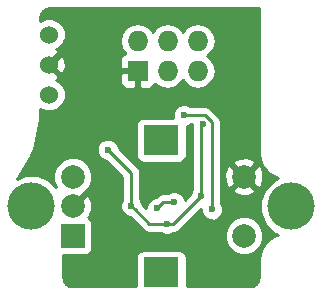
<source format=gbr>
G04 #@! TF.FileFunction,Copper,L2,Bot,Signal*
%FSLAX46Y46*%
G04 Gerber Fmt 4.6, Leading zero omitted, Abs format (unit mm)*
G04 Created by KiCad (PCBNEW 4.0.7-e2-6376~58~ubuntu16.04.1) date Mon Jan  7 01:20:49 2019*
%MOMM*%
%LPD*%
G01*
G04 APERTURE LIST*
%ADD10C,0.100000*%
%ADD11C,2.000000*%
%ADD12R,3.000000X2.500000*%
%ADD13R,2.000000X2.000000*%
%ADD14R,1.727200X1.727200*%
%ADD15O,1.727200X1.727200*%
%ADD16C,1.524000*%
%ADD17C,4.000000*%
%ADD18C,0.600000*%
%ADD19C,0.250000*%
%ADD20C,0.254000*%
G04 APERTURE END LIST*
D10*
D11*
X178000000Y-106500000D03*
X178000000Y-111500000D03*
D12*
X171000000Y-103400000D03*
X171000000Y-114600000D03*
D11*
X163500000Y-106500000D03*
X163500000Y-109000000D03*
D13*
X163500000Y-111500000D03*
D14*
X169000000Y-97540000D03*
D15*
X169000000Y-95000000D03*
X171540000Y-97540000D03*
X171540000Y-95000000D03*
X174080000Y-97540000D03*
X174080000Y-95000000D03*
D16*
X161500000Y-99540000D03*
X161500000Y-97000000D03*
X161500000Y-94460000D03*
D17*
X182000000Y-109000000D03*
X160000000Y-109000000D03*
D18*
X177730253Y-108585563D03*
X168725914Y-111883422D03*
X166515062Y-111761256D03*
X166504075Y-106808112D03*
X177500000Y-103500000D03*
X164500000Y-114500000D03*
X177500000Y-114500000D03*
X174500000Y-102000000D03*
X174407385Y-108110921D03*
X166477119Y-104207546D03*
X168464838Y-108964838D03*
X171500000Y-110500000D03*
X172906234Y-101290132D03*
X175308384Y-109270971D03*
X172099905Y-108678036D03*
X170678466Y-109166821D03*
D19*
X174407385Y-102092615D02*
X174500000Y-102000000D01*
X174407385Y-108110921D02*
X174407385Y-102092615D01*
X171500000Y-110500000D02*
X172018306Y-110500000D01*
X172018306Y-110500000D02*
X174107386Y-108410920D01*
X174107386Y-108410920D02*
X174407385Y-108110921D01*
X168464838Y-106195265D02*
X166777118Y-104507545D01*
X168464838Y-108964838D02*
X168464838Y-106195265D01*
X166777118Y-104507545D02*
X166477119Y-104207546D01*
X170000000Y-110500000D02*
X168764837Y-109264837D01*
X168764837Y-109264837D02*
X168464838Y-108964838D01*
X171500000Y-110500000D02*
X170000000Y-110500000D01*
X174715136Y-101290132D02*
X173330498Y-101290132D01*
X173330498Y-101290132D02*
X172906234Y-101290132D01*
X175308384Y-101883380D02*
X174715136Y-101290132D01*
X175308384Y-109270971D02*
X175308384Y-101883380D01*
X170678466Y-109166821D02*
X171167251Y-108678036D01*
X171167251Y-108678036D02*
X171675641Y-108678036D01*
X171675641Y-108678036D02*
X172099905Y-108678036D01*
D20*
G36*
X179290000Y-104500000D02*
X179303643Y-104568587D01*
X179303643Y-104638515D01*
X179417824Y-105212540D01*
X179452991Y-105297440D01*
X179523838Y-105468480D01*
X179848997Y-105955115D01*
X180044885Y-106151003D01*
X180531520Y-106476163D01*
X180712498Y-106551125D01*
X180787460Y-106582176D01*
X180898162Y-106604196D01*
X180509342Y-106764853D01*
X179767458Y-107505443D01*
X179365458Y-108473567D01*
X179364543Y-109521834D01*
X179764853Y-110490658D01*
X180505443Y-111232542D01*
X180898473Y-111395742D01*
X180787460Y-111417824D01*
X180712498Y-111448875D01*
X180531520Y-111523837D01*
X180044885Y-111848997D01*
X179848997Y-112044885D01*
X179523838Y-112531520D01*
X179417824Y-112787460D01*
X179303643Y-113361485D01*
X179303643Y-113431413D01*
X179290000Y-113500000D01*
X179290000Y-114930073D01*
X179217014Y-115296997D01*
X179048780Y-115548777D01*
X178796996Y-115717014D01*
X178430073Y-115790000D01*
X173147440Y-115790000D01*
X173147440Y-113350000D01*
X173103162Y-113114683D01*
X172964090Y-112898559D01*
X172751890Y-112753569D01*
X172500000Y-112702560D01*
X169500000Y-112702560D01*
X169264683Y-112746838D01*
X169048559Y-112885910D01*
X168903569Y-113098110D01*
X168852560Y-113350000D01*
X168852560Y-115790000D01*
X163569927Y-115790000D01*
X163203003Y-115717014D01*
X162951223Y-115548780D01*
X162782986Y-115296996D01*
X162710000Y-114930073D01*
X162710000Y-113500000D01*
X162696357Y-113431413D01*
X162696357Y-113361486D01*
X162653781Y-113147440D01*
X164500000Y-113147440D01*
X164735317Y-113103162D01*
X164951441Y-112964090D01*
X165096431Y-112751890D01*
X165147440Y-112500000D01*
X165147440Y-111823795D01*
X176364716Y-111823795D01*
X176613106Y-112424943D01*
X177072637Y-112885278D01*
X177673352Y-113134716D01*
X178323795Y-113135284D01*
X178924943Y-112886894D01*
X179385278Y-112427363D01*
X179634716Y-111826648D01*
X179635284Y-111176205D01*
X179386894Y-110575057D01*
X178927363Y-110114722D01*
X178326648Y-109865284D01*
X177676205Y-109864716D01*
X177075057Y-110113106D01*
X176614722Y-110572637D01*
X176365284Y-111173352D01*
X176364716Y-111823795D01*
X165147440Y-111823795D01*
X165147440Y-110500000D01*
X165103162Y-110264683D01*
X164964090Y-110048559D01*
X164782871Y-109924737D01*
X164919387Y-109874264D01*
X165145908Y-109264539D01*
X165121856Y-108614540D01*
X164919387Y-108125736D01*
X164652532Y-108027073D01*
X163679605Y-109000000D01*
X163693748Y-109014143D01*
X163514143Y-109193748D01*
X163500000Y-109179605D01*
X163485858Y-109193748D01*
X163306253Y-109014143D01*
X163320395Y-109000000D01*
X163306253Y-108985858D01*
X163485858Y-108806253D01*
X163500000Y-108820395D01*
X164472927Y-107847468D01*
X164470639Y-107841278D01*
X164885278Y-107427363D01*
X165134716Y-106826648D01*
X165135284Y-106176205D01*
X164886894Y-105575057D01*
X164427363Y-105114722D01*
X163826648Y-104865284D01*
X163176205Y-104864716D01*
X162575057Y-105113106D01*
X162114722Y-105572637D01*
X161865284Y-106173352D01*
X161864716Y-106823795D01*
X162086418Y-107360353D01*
X161494557Y-106767458D01*
X160526433Y-106365458D01*
X159478166Y-106364543D01*
X158761747Y-106660561D01*
X159825259Y-104957759D01*
X159839843Y-104919240D01*
X159864428Y-104886197D01*
X160098755Y-104392713D01*
X165541957Y-104392713D01*
X165684002Y-104736489D01*
X165946792Y-104999738D01*
X166290320Y-105142384D01*
X166337196Y-105142425D01*
X167704838Y-106510067D01*
X167704838Y-108402375D01*
X167672646Y-108434511D01*
X167530000Y-108778039D01*
X167529676Y-109150005D01*
X167671721Y-109493781D01*
X167934511Y-109757030D01*
X168278039Y-109899676D01*
X168324915Y-109899717D01*
X169462599Y-111037401D01*
X169709160Y-111202148D01*
X170000000Y-111260000D01*
X170937537Y-111260000D01*
X170969673Y-111292192D01*
X171313201Y-111434838D01*
X171685167Y-111435162D01*
X172028943Y-111293117D01*
X172073020Y-111249117D01*
X172309145Y-111202148D01*
X172555707Y-111037401D01*
X174373428Y-109219680D01*
X174373222Y-109456138D01*
X174515267Y-109799914D01*
X174778057Y-110063163D01*
X175121585Y-110205809D01*
X175493551Y-110206133D01*
X175837327Y-110064088D01*
X176100576Y-109801298D01*
X176243222Y-109457770D01*
X176243546Y-109085804D01*
X176101501Y-108742028D01*
X176068384Y-108708853D01*
X176068384Y-107652532D01*
X177027073Y-107652532D01*
X177125736Y-107919387D01*
X177735461Y-108145908D01*
X178385460Y-108121856D01*
X178874264Y-107919387D01*
X178972927Y-107652532D01*
X178000000Y-106679605D01*
X177027073Y-107652532D01*
X176068384Y-107652532D01*
X176068384Y-106235461D01*
X176354092Y-106235461D01*
X176378144Y-106885460D01*
X176580613Y-107374264D01*
X176847468Y-107472927D01*
X177820395Y-106500000D01*
X178179605Y-106500000D01*
X179152532Y-107472927D01*
X179419387Y-107374264D01*
X179645908Y-106764539D01*
X179621856Y-106114540D01*
X179419387Y-105625736D01*
X179152532Y-105527073D01*
X178179605Y-106500000D01*
X177820395Y-106500000D01*
X176847468Y-105527073D01*
X176580613Y-105625736D01*
X176354092Y-106235461D01*
X176068384Y-106235461D01*
X176068384Y-105347468D01*
X177027073Y-105347468D01*
X178000000Y-106320395D01*
X178972927Y-105347468D01*
X178874264Y-105080613D01*
X178264539Y-104854092D01*
X177614540Y-104878144D01*
X177125736Y-105080613D01*
X177027073Y-105347468D01*
X176068384Y-105347468D01*
X176068384Y-101883380D01*
X176033729Y-101709161D01*
X176010532Y-101592540D01*
X175845785Y-101345979D01*
X175252537Y-100752731D01*
X175005975Y-100587984D01*
X174715136Y-100530132D01*
X173468697Y-100530132D01*
X173436561Y-100497940D01*
X173093033Y-100355294D01*
X172721067Y-100354970D01*
X172377291Y-100497015D01*
X172114042Y-100759805D01*
X171971396Y-101103333D01*
X171971072Y-101475299D01*
X171982336Y-101502560D01*
X169500000Y-101502560D01*
X169264683Y-101546838D01*
X169048559Y-101685910D01*
X168903569Y-101898110D01*
X168852560Y-102150000D01*
X168852560Y-104650000D01*
X168896838Y-104885317D01*
X169035910Y-105101441D01*
X169248110Y-105246431D01*
X169500000Y-105297440D01*
X172500000Y-105297440D01*
X172735317Y-105253162D01*
X172951441Y-105114090D01*
X173096431Y-104901890D01*
X173147440Y-104650000D01*
X173147440Y-102202139D01*
X173435177Y-102083249D01*
X173468352Y-102050132D01*
X173564956Y-102050132D01*
X173564838Y-102185167D01*
X173647385Y-102384946D01*
X173647385Y-107548458D01*
X173615193Y-107580594D01*
X173472547Y-107924122D01*
X173472506Y-107970998D01*
X173010381Y-108433123D01*
X172893022Y-108149093D01*
X172630232Y-107885844D01*
X172286704Y-107743198D01*
X171914738Y-107742874D01*
X171570962Y-107884919D01*
X171537787Y-107918036D01*
X171167251Y-107918036D01*
X170876411Y-107975888D01*
X170629850Y-108140635D01*
X170538786Y-108231699D01*
X170493299Y-108231659D01*
X170149523Y-108373704D01*
X169886274Y-108636494D01*
X169743628Y-108980022D01*
X169743464Y-109168662D01*
X169399960Y-108825158D01*
X169400000Y-108779671D01*
X169257955Y-108435895D01*
X169224838Y-108402720D01*
X169224838Y-106195265D01*
X169166986Y-105904426D01*
X169002239Y-105657864D01*
X167412241Y-104067866D01*
X167412281Y-104022379D01*
X167270236Y-103678603D01*
X167007446Y-103415354D01*
X166663918Y-103272708D01*
X166291952Y-103272384D01*
X165948176Y-103414429D01*
X165684927Y-103677219D01*
X165542281Y-104020747D01*
X165541957Y-104392713D01*
X160098755Y-104392713D01*
X160146583Y-104291991D01*
X160168019Y-104206967D01*
X160201575Y-104125956D01*
X160696358Y-101638514D01*
X160696358Y-101568584D01*
X160710000Y-101500000D01*
X160710000Y-100724613D01*
X161220900Y-100936757D01*
X161776661Y-100937242D01*
X162290303Y-100725010D01*
X162683629Y-100332370D01*
X162896757Y-99819100D01*
X162897242Y-99263339D01*
X162685010Y-98749697D01*
X162292370Y-98356371D01*
X162100273Y-98276605D01*
X162231143Y-98222397D01*
X162300608Y-97980213D01*
X162146145Y-97825750D01*
X167501400Y-97825750D01*
X167501400Y-98529910D01*
X167598073Y-98763299D01*
X167776702Y-98941927D01*
X168010091Y-99038600D01*
X168714250Y-99038600D01*
X168873000Y-98879850D01*
X168873000Y-97667000D01*
X167660150Y-97667000D01*
X167501400Y-97825750D01*
X162146145Y-97825750D01*
X161500000Y-97179605D01*
X161485858Y-97193748D01*
X161306253Y-97014143D01*
X161320395Y-97000000D01*
X161679605Y-97000000D01*
X162480213Y-97800608D01*
X162722397Y-97731143D01*
X162909144Y-97207698D01*
X162881362Y-96652632D01*
X162722397Y-96268857D01*
X162480213Y-96199392D01*
X161679605Y-97000000D01*
X161320395Y-97000000D01*
X161306253Y-96985858D01*
X161485858Y-96806253D01*
X161500000Y-96820395D01*
X162300608Y-96019787D01*
X162231143Y-95777603D01*
X162090682Y-95727491D01*
X162290303Y-95645010D01*
X162683629Y-95252370D01*
X162788422Y-95000000D01*
X167472041Y-95000000D01*
X167586115Y-95573489D01*
X167910971Y-96059670D01*
X167932023Y-96073737D01*
X167776702Y-96138073D01*
X167598073Y-96316701D01*
X167501400Y-96550090D01*
X167501400Y-97254250D01*
X167660150Y-97413000D01*
X168873000Y-97413000D01*
X168873000Y-97393000D01*
X169127000Y-97393000D01*
X169127000Y-97413000D01*
X169147000Y-97413000D01*
X169147000Y-97667000D01*
X169127000Y-97667000D01*
X169127000Y-98879850D01*
X169285750Y-99038600D01*
X169989909Y-99038600D01*
X170223298Y-98941927D01*
X170401927Y-98763299D01*
X170465644Y-98609474D01*
X170937152Y-98924526D01*
X171510641Y-99038600D01*
X171569359Y-99038600D01*
X172142848Y-98924526D01*
X172629029Y-98599670D01*
X172810000Y-98328828D01*
X172990971Y-98599670D01*
X173477152Y-98924526D01*
X174050641Y-99038600D01*
X174109359Y-99038600D01*
X174682848Y-98924526D01*
X175169029Y-98599670D01*
X175493885Y-98113489D01*
X175607959Y-97540000D01*
X175493885Y-96966511D01*
X175169029Y-96480330D01*
X174854248Y-96270000D01*
X175169029Y-96059670D01*
X175493885Y-95573489D01*
X175607959Y-95000000D01*
X175493885Y-94426511D01*
X175169029Y-93940330D01*
X174682848Y-93615474D01*
X174109359Y-93501400D01*
X174050641Y-93501400D01*
X173477152Y-93615474D01*
X172990971Y-93940330D01*
X172810000Y-94211172D01*
X172629029Y-93940330D01*
X172142848Y-93615474D01*
X171569359Y-93501400D01*
X171510641Y-93501400D01*
X170937152Y-93615474D01*
X170450971Y-93940330D01*
X170270000Y-94211172D01*
X170089029Y-93940330D01*
X169602848Y-93615474D01*
X169029359Y-93501400D01*
X168970641Y-93501400D01*
X168397152Y-93615474D01*
X167910971Y-93940330D01*
X167586115Y-94426511D01*
X167472041Y-95000000D01*
X162788422Y-95000000D01*
X162896757Y-94739100D01*
X162897242Y-94183339D01*
X162685010Y-93669697D01*
X162292370Y-93276371D01*
X161779100Y-93063243D01*
X161223339Y-93062758D01*
X160710000Y-93274865D01*
X160710000Y-93069927D01*
X160782986Y-92703004D01*
X160951223Y-92451220D01*
X161203003Y-92282986D01*
X161569927Y-92210000D01*
X179290000Y-92210000D01*
X179290000Y-104500000D01*
X179290000Y-104500000D01*
G37*
X179290000Y-104500000D02*
X179303643Y-104568587D01*
X179303643Y-104638515D01*
X179417824Y-105212540D01*
X179452991Y-105297440D01*
X179523838Y-105468480D01*
X179848997Y-105955115D01*
X180044885Y-106151003D01*
X180531520Y-106476163D01*
X180712498Y-106551125D01*
X180787460Y-106582176D01*
X180898162Y-106604196D01*
X180509342Y-106764853D01*
X179767458Y-107505443D01*
X179365458Y-108473567D01*
X179364543Y-109521834D01*
X179764853Y-110490658D01*
X180505443Y-111232542D01*
X180898473Y-111395742D01*
X180787460Y-111417824D01*
X180712498Y-111448875D01*
X180531520Y-111523837D01*
X180044885Y-111848997D01*
X179848997Y-112044885D01*
X179523838Y-112531520D01*
X179417824Y-112787460D01*
X179303643Y-113361485D01*
X179303643Y-113431413D01*
X179290000Y-113500000D01*
X179290000Y-114930073D01*
X179217014Y-115296997D01*
X179048780Y-115548777D01*
X178796996Y-115717014D01*
X178430073Y-115790000D01*
X173147440Y-115790000D01*
X173147440Y-113350000D01*
X173103162Y-113114683D01*
X172964090Y-112898559D01*
X172751890Y-112753569D01*
X172500000Y-112702560D01*
X169500000Y-112702560D01*
X169264683Y-112746838D01*
X169048559Y-112885910D01*
X168903569Y-113098110D01*
X168852560Y-113350000D01*
X168852560Y-115790000D01*
X163569927Y-115790000D01*
X163203003Y-115717014D01*
X162951223Y-115548780D01*
X162782986Y-115296996D01*
X162710000Y-114930073D01*
X162710000Y-113500000D01*
X162696357Y-113431413D01*
X162696357Y-113361486D01*
X162653781Y-113147440D01*
X164500000Y-113147440D01*
X164735317Y-113103162D01*
X164951441Y-112964090D01*
X165096431Y-112751890D01*
X165147440Y-112500000D01*
X165147440Y-111823795D01*
X176364716Y-111823795D01*
X176613106Y-112424943D01*
X177072637Y-112885278D01*
X177673352Y-113134716D01*
X178323795Y-113135284D01*
X178924943Y-112886894D01*
X179385278Y-112427363D01*
X179634716Y-111826648D01*
X179635284Y-111176205D01*
X179386894Y-110575057D01*
X178927363Y-110114722D01*
X178326648Y-109865284D01*
X177676205Y-109864716D01*
X177075057Y-110113106D01*
X176614722Y-110572637D01*
X176365284Y-111173352D01*
X176364716Y-111823795D01*
X165147440Y-111823795D01*
X165147440Y-110500000D01*
X165103162Y-110264683D01*
X164964090Y-110048559D01*
X164782871Y-109924737D01*
X164919387Y-109874264D01*
X165145908Y-109264539D01*
X165121856Y-108614540D01*
X164919387Y-108125736D01*
X164652532Y-108027073D01*
X163679605Y-109000000D01*
X163693748Y-109014143D01*
X163514143Y-109193748D01*
X163500000Y-109179605D01*
X163485858Y-109193748D01*
X163306253Y-109014143D01*
X163320395Y-109000000D01*
X163306253Y-108985858D01*
X163485858Y-108806253D01*
X163500000Y-108820395D01*
X164472927Y-107847468D01*
X164470639Y-107841278D01*
X164885278Y-107427363D01*
X165134716Y-106826648D01*
X165135284Y-106176205D01*
X164886894Y-105575057D01*
X164427363Y-105114722D01*
X163826648Y-104865284D01*
X163176205Y-104864716D01*
X162575057Y-105113106D01*
X162114722Y-105572637D01*
X161865284Y-106173352D01*
X161864716Y-106823795D01*
X162086418Y-107360353D01*
X161494557Y-106767458D01*
X160526433Y-106365458D01*
X159478166Y-106364543D01*
X158761747Y-106660561D01*
X159825259Y-104957759D01*
X159839843Y-104919240D01*
X159864428Y-104886197D01*
X160098755Y-104392713D01*
X165541957Y-104392713D01*
X165684002Y-104736489D01*
X165946792Y-104999738D01*
X166290320Y-105142384D01*
X166337196Y-105142425D01*
X167704838Y-106510067D01*
X167704838Y-108402375D01*
X167672646Y-108434511D01*
X167530000Y-108778039D01*
X167529676Y-109150005D01*
X167671721Y-109493781D01*
X167934511Y-109757030D01*
X168278039Y-109899676D01*
X168324915Y-109899717D01*
X169462599Y-111037401D01*
X169709160Y-111202148D01*
X170000000Y-111260000D01*
X170937537Y-111260000D01*
X170969673Y-111292192D01*
X171313201Y-111434838D01*
X171685167Y-111435162D01*
X172028943Y-111293117D01*
X172073020Y-111249117D01*
X172309145Y-111202148D01*
X172555707Y-111037401D01*
X174373428Y-109219680D01*
X174373222Y-109456138D01*
X174515267Y-109799914D01*
X174778057Y-110063163D01*
X175121585Y-110205809D01*
X175493551Y-110206133D01*
X175837327Y-110064088D01*
X176100576Y-109801298D01*
X176243222Y-109457770D01*
X176243546Y-109085804D01*
X176101501Y-108742028D01*
X176068384Y-108708853D01*
X176068384Y-107652532D01*
X177027073Y-107652532D01*
X177125736Y-107919387D01*
X177735461Y-108145908D01*
X178385460Y-108121856D01*
X178874264Y-107919387D01*
X178972927Y-107652532D01*
X178000000Y-106679605D01*
X177027073Y-107652532D01*
X176068384Y-107652532D01*
X176068384Y-106235461D01*
X176354092Y-106235461D01*
X176378144Y-106885460D01*
X176580613Y-107374264D01*
X176847468Y-107472927D01*
X177820395Y-106500000D01*
X178179605Y-106500000D01*
X179152532Y-107472927D01*
X179419387Y-107374264D01*
X179645908Y-106764539D01*
X179621856Y-106114540D01*
X179419387Y-105625736D01*
X179152532Y-105527073D01*
X178179605Y-106500000D01*
X177820395Y-106500000D01*
X176847468Y-105527073D01*
X176580613Y-105625736D01*
X176354092Y-106235461D01*
X176068384Y-106235461D01*
X176068384Y-105347468D01*
X177027073Y-105347468D01*
X178000000Y-106320395D01*
X178972927Y-105347468D01*
X178874264Y-105080613D01*
X178264539Y-104854092D01*
X177614540Y-104878144D01*
X177125736Y-105080613D01*
X177027073Y-105347468D01*
X176068384Y-105347468D01*
X176068384Y-101883380D01*
X176033729Y-101709161D01*
X176010532Y-101592540D01*
X175845785Y-101345979D01*
X175252537Y-100752731D01*
X175005975Y-100587984D01*
X174715136Y-100530132D01*
X173468697Y-100530132D01*
X173436561Y-100497940D01*
X173093033Y-100355294D01*
X172721067Y-100354970D01*
X172377291Y-100497015D01*
X172114042Y-100759805D01*
X171971396Y-101103333D01*
X171971072Y-101475299D01*
X171982336Y-101502560D01*
X169500000Y-101502560D01*
X169264683Y-101546838D01*
X169048559Y-101685910D01*
X168903569Y-101898110D01*
X168852560Y-102150000D01*
X168852560Y-104650000D01*
X168896838Y-104885317D01*
X169035910Y-105101441D01*
X169248110Y-105246431D01*
X169500000Y-105297440D01*
X172500000Y-105297440D01*
X172735317Y-105253162D01*
X172951441Y-105114090D01*
X173096431Y-104901890D01*
X173147440Y-104650000D01*
X173147440Y-102202139D01*
X173435177Y-102083249D01*
X173468352Y-102050132D01*
X173564956Y-102050132D01*
X173564838Y-102185167D01*
X173647385Y-102384946D01*
X173647385Y-107548458D01*
X173615193Y-107580594D01*
X173472547Y-107924122D01*
X173472506Y-107970998D01*
X173010381Y-108433123D01*
X172893022Y-108149093D01*
X172630232Y-107885844D01*
X172286704Y-107743198D01*
X171914738Y-107742874D01*
X171570962Y-107884919D01*
X171537787Y-107918036D01*
X171167251Y-107918036D01*
X170876411Y-107975888D01*
X170629850Y-108140635D01*
X170538786Y-108231699D01*
X170493299Y-108231659D01*
X170149523Y-108373704D01*
X169886274Y-108636494D01*
X169743628Y-108980022D01*
X169743464Y-109168662D01*
X169399960Y-108825158D01*
X169400000Y-108779671D01*
X169257955Y-108435895D01*
X169224838Y-108402720D01*
X169224838Y-106195265D01*
X169166986Y-105904426D01*
X169002239Y-105657864D01*
X167412241Y-104067866D01*
X167412281Y-104022379D01*
X167270236Y-103678603D01*
X167007446Y-103415354D01*
X166663918Y-103272708D01*
X166291952Y-103272384D01*
X165948176Y-103414429D01*
X165684927Y-103677219D01*
X165542281Y-104020747D01*
X165541957Y-104392713D01*
X160098755Y-104392713D01*
X160146583Y-104291991D01*
X160168019Y-104206967D01*
X160201575Y-104125956D01*
X160696358Y-101638514D01*
X160696358Y-101568584D01*
X160710000Y-101500000D01*
X160710000Y-100724613D01*
X161220900Y-100936757D01*
X161776661Y-100937242D01*
X162290303Y-100725010D01*
X162683629Y-100332370D01*
X162896757Y-99819100D01*
X162897242Y-99263339D01*
X162685010Y-98749697D01*
X162292370Y-98356371D01*
X162100273Y-98276605D01*
X162231143Y-98222397D01*
X162300608Y-97980213D01*
X162146145Y-97825750D01*
X167501400Y-97825750D01*
X167501400Y-98529910D01*
X167598073Y-98763299D01*
X167776702Y-98941927D01*
X168010091Y-99038600D01*
X168714250Y-99038600D01*
X168873000Y-98879850D01*
X168873000Y-97667000D01*
X167660150Y-97667000D01*
X167501400Y-97825750D01*
X162146145Y-97825750D01*
X161500000Y-97179605D01*
X161485858Y-97193748D01*
X161306253Y-97014143D01*
X161320395Y-97000000D01*
X161679605Y-97000000D01*
X162480213Y-97800608D01*
X162722397Y-97731143D01*
X162909144Y-97207698D01*
X162881362Y-96652632D01*
X162722397Y-96268857D01*
X162480213Y-96199392D01*
X161679605Y-97000000D01*
X161320395Y-97000000D01*
X161306253Y-96985858D01*
X161485858Y-96806253D01*
X161500000Y-96820395D01*
X162300608Y-96019787D01*
X162231143Y-95777603D01*
X162090682Y-95727491D01*
X162290303Y-95645010D01*
X162683629Y-95252370D01*
X162788422Y-95000000D01*
X167472041Y-95000000D01*
X167586115Y-95573489D01*
X167910971Y-96059670D01*
X167932023Y-96073737D01*
X167776702Y-96138073D01*
X167598073Y-96316701D01*
X167501400Y-96550090D01*
X167501400Y-97254250D01*
X167660150Y-97413000D01*
X168873000Y-97413000D01*
X168873000Y-97393000D01*
X169127000Y-97393000D01*
X169127000Y-97413000D01*
X169147000Y-97413000D01*
X169147000Y-97667000D01*
X169127000Y-97667000D01*
X169127000Y-98879850D01*
X169285750Y-99038600D01*
X169989909Y-99038600D01*
X170223298Y-98941927D01*
X170401927Y-98763299D01*
X170465644Y-98609474D01*
X170937152Y-98924526D01*
X171510641Y-99038600D01*
X171569359Y-99038600D01*
X172142848Y-98924526D01*
X172629029Y-98599670D01*
X172810000Y-98328828D01*
X172990971Y-98599670D01*
X173477152Y-98924526D01*
X174050641Y-99038600D01*
X174109359Y-99038600D01*
X174682848Y-98924526D01*
X175169029Y-98599670D01*
X175493885Y-98113489D01*
X175607959Y-97540000D01*
X175493885Y-96966511D01*
X175169029Y-96480330D01*
X174854248Y-96270000D01*
X175169029Y-96059670D01*
X175493885Y-95573489D01*
X175607959Y-95000000D01*
X175493885Y-94426511D01*
X175169029Y-93940330D01*
X174682848Y-93615474D01*
X174109359Y-93501400D01*
X174050641Y-93501400D01*
X173477152Y-93615474D01*
X172990971Y-93940330D01*
X172810000Y-94211172D01*
X172629029Y-93940330D01*
X172142848Y-93615474D01*
X171569359Y-93501400D01*
X171510641Y-93501400D01*
X170937152Y-93615474D01*
X170450971Y-93940330D01*
X170270000Y-94211172D01*
X170089029Y-93940330D01*
X169602848Y-93615474D01*
X169029359Y-93501400D01*
X168970641Y-93501400D01*
X168397152Y-93615474D01*
X167910971Y-93940330D01*
X167586115Y-94426511D01*
X167472041Y-95000000D01*
X162788422Y-95000000D01*
X162896757Y-94739100D01*
X162897242Y-94183339D01*
X162685010Y-93669697D01*
X162292370Y-93276371D01*
X161779100Y-93063243D01*
X161223339Y-93062758D01*
X160710000Y-93274865D01*
X160710000Y-93069927D01*
X160782986Y-92703004D01*
X160951223Y-92451220D01*
X161203003Y-92282986D01*
X161569927Y-92210000D01*
X179290000Y-92210000D01*
X179290000Y-104500000D01*
M02*

</source>
